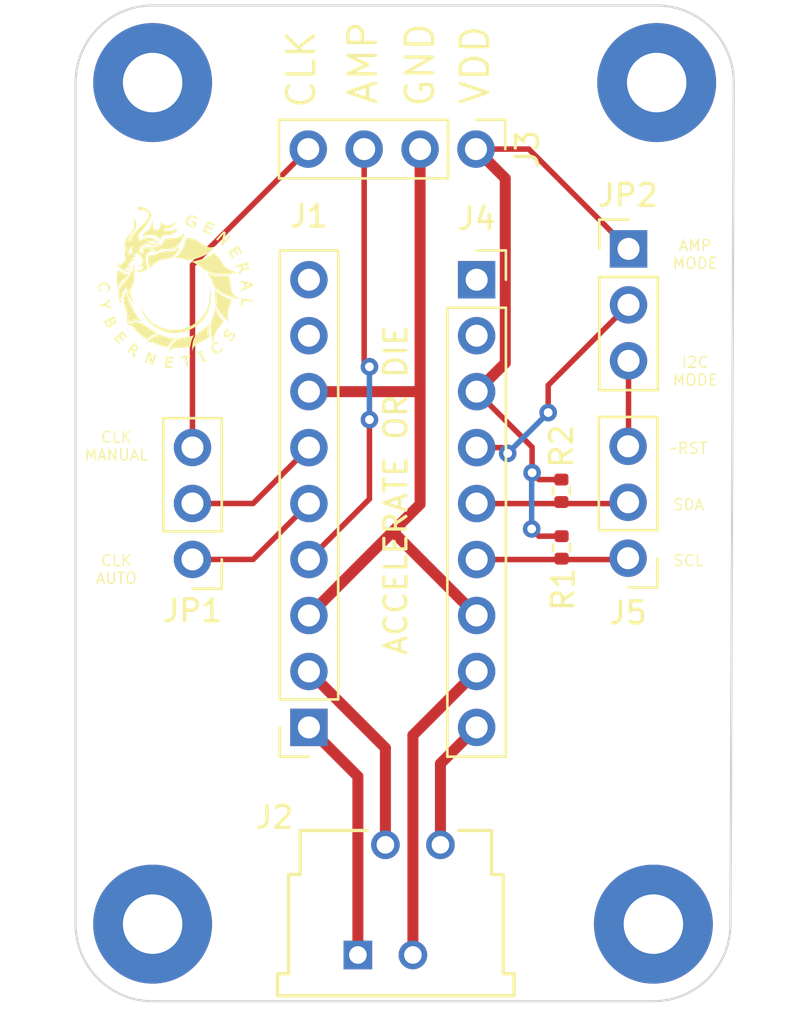
<source format=kicad_pcb>
(kicad_pcb (version 20211014) (generator pcbnew)
  (layers (0 "F.Cu" signal) (31 "B.Cu" signal) (34 "B.Paste" user) (35 "F.Paste" user) (36 "B.SilkS" user "B.Silkscreen") (37 "F.SilkS" user "F.Silkscreen") (38 "B.Mask" user) (39 "F.Mask" user) (44 "Edge.Cuts" user))
  (net 0 "")
  (net 1 "/P1-")
  (net 2 "/P2+")
  (net 3 "GND")
  (net 4 "/AMP")
  (net 5 "/CLK")
  (net 6 "/CLK_INT")
  (net 9 "/P2-")
  (net 10 "VDD")
  (net 11 "Net-(J3-Pad4)")
  (net 14 "/{slash}RST")
  (net 15 "/SDA")
  (net 16 "/SCL")
  (net 17 "Net-(J5-Pad3)")
  (net 18 "/P1+")
  (footprint "eec_rightangle:Molex-39-53-2044-Manufacturer_Recommended" (layer "F.Cu") (at 145.374999 129.7)
    (fp_text reference "J2" (at -4.75 -6.250001) (layer "F.SilkS") (effects (justify left)))
    (fp_text value "39-53-2044" hide)
    (pad "1" thru_hole rect locked (at 0 0) (size 1.3 1.3) (drill 0.800001) (layers *.Cu) (net 1 "/P1-"))
    (pad "2" thru_hole circle locked (at 1.25 -5) (size 1.3 1.3) (drill 0.800001) (layers *.Cu) (net 18 "/P1+"))
    (pad "3" thru_hole circle locked (at 2.5 0) (size 1.3 1.3) (drill 0.800001) (layers *.Cu) (net 2 "/P2+"))
    (pad "4" thru_hole circle locked (at 3.75 -5) (size 1.3 1.3) (drill 0.800001) (layers *.Cu) (net 9 "/P2-"))
  )
  (footprint "Resistor_SMD:R_0402_1005Metric" (layer "F.Cu") (at 154.62 108.63 90)
    (fp_text reference "R1" (at -4.47 0.08 90) (layer "F.SilkS"))
    (fp_text value "4k7")
    (pad "1" smd roundrect (at -0.51 0 90) (size 0.54 0.64) (layers "F.Cu" "F.Paste" "F.Mask") (net 15 "/SDA"))
    (pad "2" smd roundrect (at 0.51 0 90) (size 0.54 0.64) (layers "F.Cu" "F.Paste" "F.Mask") (net 10 "VDD"))
  )
  (footprint "LOGO" (layer "F.Cu") (at 137.123781 99.649234)
    (fp_text reference "G***" hide)
    (fp_text value "LOGO" hide)
  )
  (footprint "MountingHole:MountingHole_2.7mm_M2.5_Pad" (layer "F.Cu") (at 136.05 90.1)
    (fp_text reference "H4" hide)
    (fp_text value "MountingHole_Pad")
    (pad "1" thru_hole circle (at 0 0) (size 5.4 5.4) (drill 2.7) (layers *.Cu *.Mask))
  )
  (footprint "Connector_PinHeader_2.54mm:PinHeader_1x03_P2.54mm_Vertical" (layer "F.Cu") (at 157.65 111.69 180)
    (fp_text reference "J5" (at 0.01 -2.48) (layer "F.SilkS"))
    (fp_text value "Conn_01x03_Male")
    (pad "1" thru_hole circle (at 0 0 180) (size 1.7 1.7) (drill 1) (layers *.Cu *.Mask) (net 16 "/SCL"))
    (pad "2" thru_hole oval (at 0 2.54 180) (size 1.7 1.7) (drill 1) (layers *.Cu *.Mask) (net 15 "/SDA"))
    (pad "3" thru_hole oval (at 0 5.08 180) (size 1.7 1.7) (drill 1) (layers *.Cu *.Mask) (net 17 "Net-(J5-Pad3)"))
  )
  (footprint "Connector_PinHeader_2.54mm:PinHeader_1x04_P2.54mm_Vertical" (layer "F.Cu") (at 150.74 93.12 -90)
    (fp_text reference "J3" (at 0 -2.33 90) (layer "F.SilkS"))
    (fp_text value "Conn_01x04_Male")
    (pad "1" thru_hole circle (at 0 0 270) (size 1.7 1.7) (drill 1) (layers *.Cu *.Mask) (net 10 "VDD"))
    (pad "2" thru_hole oval (at 0 2.54 270) (size 1.7 1.7) (drill 1) (layers *.Cu *.Mask) (net 3 "GND"))
    (pad "3" thru_hole oval (at 0 5.08 270) (size 1.7 1.7) (drill 1) (layers *.Cu *.Mask) (net 4 "/AMP"))
    (pad "4" thru_hole oval (at 0 7.62 270) (size 1.7 1.7) (drill 1) (layers *.Cu *.Mask) (net 11 "Net-(J3-Pad4)"))
  )
  (footprint "MountingHole:MountingHole_2.7mm_M2.5_Pad" (layer "F.Cu") (at 158.8 128.3)
    (fp_text reference "H2" hide)
    (fp_text value "MountingHole_Pad")
    (pad "1" thru_hole circle (at 0 0) (size 5.4 5.4) (drill 2.7) (layers *.Cu *.Mask))
  )
  (footprint "Connector_PinHeader_2.54mm:PinHeader_1x03_P2.54mm_Vertical" (layer "F.Cu") (at 137.86 111.745 180)
    (fp_text reference "JP1" (at 0 -2.33) (layer "F.SilkS"))
    (fp_text value "Jumper_3_Bridged12")
    (pad "1" thru_hole circle (at 0 0 180) (size 1.7 1.7) (drill 1) (layers *.Cu *.Mask) (net 6 "/CLK_INT"))
    (pad "2" thru_hole oval (at 0 2.54 180) (size 1.7 1.7) (drill 1) (layers *.Cu *.Mask) (net 5 "/CLK"))
    (pad "3" thru_hole oval (at 0 5.08 180) (size 1.7 1.7) (drill 1) (layers *.Cu *.Mask) (net 11 "Net-(J3-Pad4)"))
  )
  (footprint "MountingHole:MountingHole_2.7mm_M2.5_Pad" (layer "F.Cu") (at 136.05 128.3)
    (fp_text reference "H3" hide)
    (fp_text value "MountingHole_Pad")
    (pad "1" thru_hole circle (at 0 0) (size 5.4 5.4) (drill 2.7) (layers *.Cu *.Mask))
  )
  (footprint "Resistor_SMD:R_0402_1005Metric" (layer "F.Cu") (at 154.63 111.2 90)
    (fp_text reference "R2" (at 4.6 0 90) (layer "F.SilkS"))
    (fp_text value "4k7")
    (pad "1" smd roundrect (at -0.51 0 90) (size 0.54 0.64) (layers "F.Cu" "F.Paste" "F.Mask") (net 16 "/SCL"))
    (pad "2" smd roundrect (at 0.51 0 90) (size 0.54 0.64) (layers "F.Cu" "F.Paste" "F.Mask") (net 10 "VDD"))
  )
  (footprint "Connector_PinSocket_2.54mm:PinSocket_1x09_P2.54mm_Vertical" (layer "F.Cu") (at 150.77 99.05)
    (fp_text reference "J4" (at 0 -2.77) (layer "F.SilkS"))
    (fp_text value "Conn_01x09_Female")
    (pad "1" thru_hole rect (at 0 0) (size 1.7 1.7) (drill 1) (layers *.Cu *.Mask))
    (pad "2" thru_hole oval (at 0 2.54) (size 1.7 1.7) (drill 1) (layers *.Cu *.Mask))
    (pad "3" thru_hole oval (at 0 5.08) (size 1.7 1.7) (drill 1) (layers *.Cu *.Mask) (net 10 "VDD"))
    (pad "4" thru_hole oval (at 0 7.62) (size 1.7 1.7) (drill 1) (layers *.Cu *.Mask) (net 14 "/{slash}RST"))
    (pad "5" thru_hole oval (at 0 10.16) (size 1.7 1.7) (drill 1) (layers *.Cu *.Mask) (net 15 "/SDA"))
    (pad "6" thru_hole oval (at 0 12.7) (size 1.7 1.7) (drill 1) (layers *.Cu *.Mask) (net 16 "/SCL"))
    (pad "7" thru_hole oval (at 0 15.24) (size 1.7 1.7) (drill 1) (layers *.Cu *.Mask) (net 3 "GND"))
    (pad "8" thru_hole oval (at 0 17.78) (size 1.7 1.7) (drill 1) (layers *.Cu *.Mask) (net 2 "/P2+"))
    (pad "9" thru_hole oval (at 0 20.32) (size 1.7 1.7) (drill 1) (layers *.Cu *.Mask) (net 9 "/P2-"))
  )
  (footprint "MountingHole:MountingHole_2.7mm_M2.5_Pad" (layer "F.Cu") (at 158.95 90.1)
    (fp_text reference "H1" hide)
    (fp_text value "MountingHole_Pad")
    (pad "1" thru_hole circle (at 0 0) (size 5.4 5.4) (drill 2.7) (layers *.Cu *.Mask))
  )
  (footprint "Connector_PinSocket_2.54mm:PinSocket_1x09_P2.54mm_Vertical" (layer "F.Cu") (at 143.15 119.37 180)
    (fp_text reference "J1" (at 0.01 23.21) (layer "F.SilkS"))
    (fp_text value "Conn_01x09_Female")
    (pad "1" thru_hole rect (at 0 0 180) (size 1.7 1.7) (drill 1) (layers *.Cu *.Mask) (net 1 "/P1-"))
    (pad "2" thru_hole oval (at 0 2.54 180) (size 1.7 1.7) (drill 1) (layers *.Cu *.Mask) (net 18 "/P1+"))
    (pad "3" thru_hole oval (at 0 5.08 180) (size 1.7 1.7) (drill 1) (layers *.Cu *.Mask) (net 3 "GND"))
    (pad "4" thru_hole oval (at 0 7.62 180) (size 1.7 1.7) (drill 1) (layers *.Cu *.Mask) (net 4 "/AMP"))
    (pad "5" thru_hole oval (at 0 10.16 180) (size 1.7 1.7) (drill 1) (layers *.Cu *.Mask) (net 6 "/CLK_INT"))
    (pad "6" thru_hole oval (at 0 12.7 180) (size 1.7 1.7) (drill 1) (layers *.Cu *.Mask) (net 5 "/CLK"))
    (pad "7" thru_hole oval (at 0 15.24 180) (size 1.7 1.7) (drill 1) (layers *.Cu *.Mask) (net 3 "GND"))
    (pad "8" thru_hole oval (at 0 17.78 180) (size 1.7 1.7) (drill 1) (layers *.Cu *.Mask))
    (pad "9" thru_hole oval (at 0 20.32 180) (size 1.7 1.7) (drill 1) (layers *.Cu *.Mask))
  )
  (footprint "Connector_PinHeader_2.54mm:PinHeader_1x03_P2.54mm_Vertical" (layer "F.Cu") (at 157.67 97.65)
    (fp_text reference "JP2" (at -0.03 -2.435) (layer "F.SilkS"))
    (fp_text value "Jumper_3_Bridged12")
    (pad "1" thru_hole rect (at 0 0) (size 1.7 1.7) (drill 1) (layers *.Cu *.Mask) (net 10 "VDD"))
    (pad "2" thru_hole oval (at 0 2.54) (size 1.7 1.7) (drill 1) (layers *.Cu *.Mask) (net 14 "/{slash}RST"))
    (pad "3" thru_hole oval (at 0 5.08) (size 1.7 1.7) (drill 1) (layers *.Cu *.Mask) (net 17 "Net-(J5-Pad3)"))
  )
  (gr_arc (start 162.299999 128.299999) (mid 161.274873 130.774873) (end 158.799999 131.799999) (layer "Edge.Cuts") (width 0.1))
  (gr_line (start 158.949999 86.600001) (end 136.05 86.6) (layer "Edge.Cuts") (width 0.1))
  (gr_arc (start 132.55 90.1) (mid 133.575126 87.625126) (end 136.05 86.6) (layer "Edge.Cuts") (width 0.1))
  (gr_line (start 162.299999 128.299999) (end 162.449999 90.100001) (layer "Edge.Cuts") (width 0.1))
  (gr_line (start 136.050001 131.799999) (end 158.799999 131.799999) (layer "Edge.Cuts") (width 0.1))
  (gr_arc (start 136.050001 131.799999) (mid 133.575127 130.774873) (end 132.550001 128.299999) (layer "Edge.Cuts") (width 0.1))
  (gr_line (start 132.55 90.1) (end 132.550001 128.299999) (layer "Edge.Cuts") (width 0.1))
  (gr_arc (start 158.949999 86.600001) (mid 161.424873 87.625127) (end 162.449999 90.100001) (layer "Edge.Cuts") (width 0.1))
  (gr_text "AMP" (at 145.6 89.2 90) (layer "F.SilkS") (effects (font (size 1.25 1.25))))
  (gr_text "ACCELERATE OR DIE" (at 147.1 108.6 90) (layer "F.SilkS") (effects (font (size 1 1))))
  (gr_text "SDA" (at 160.4 109.26) (layer "F.SilkS") (effects (font (size 0.5 0.5) (thickness 0.0625))))
  (gr_text "~RST" (at 160.4 106.7) (layer "F.SilkS") (effects (font (size 0.5 0.5) (thickness 0.0625))))
  (gr_text "SCL" (at 160.4 111.8) (layer "F.SilkS") (effects (font (size 0.5 0.5) (thickness 0.0625))))
  (gr_text "GND" (at 148.2 89.3 90) (layer "F.SilkS") (effects (font (size 1.25 1.25))))
  (gr_text "AMP\nMODE" (at 160.7 97.9) (layer "F.SilkS") (effects (font (size 0.5 0.5) (thickness 0.0625))))
  (gr_text "I2C\nMODE" (at 160.7 103.2) (layer "F.SilkS") (effects (font (size 0.5 0.5) (thickness 0.0625))))
  (gr_text "CLK" (at 142.8 89.5 90) (layer "F.SilkS") (effects (font (size 1.25 1.25))))
  (gr_text "CLK\nMANUAL" (at 134.4 106.6) (layer "F.SilkS") (effects (font (size 0.5 0.5) (thickness 0.0625))))
  (gr_text "VDD" (at 150.7 89.3 90) (layer "F.SilkS") (effects (font (size 1.25 1.25))))
  (gr_text "CLK\nAUTO" (at 134.4 112.2) (layer "F.SilkS") (effects (font (size 0.5 0.5) (thickness 0.0625))))
  (segment (start 145.374999 121.594999) (end 143.15 119.37) (width 0.5) (layer "F.Cu") (net 1))
  (segment (start 145.374999 129.7) (end 145.374999 121.594999) (width 0.5) (layer "F.Cu") (net 1))
  (segment (start 147.874999 129.7) (end 147.874999 119.725001) (width 0.5) (layer "F.Cu") (net 2))
  (segment (start 147.874999 119.725001) (end 150.77 116.83) (width 0.5) (layer "F.Cu") (net 2))
  (segment (start 146.96 110.48) (end 143.15 114.29) (width 0.5) (layer "F.Cu") (net 3))
  (segment (start 148.2 93.12) (end 148.2 104.14) (width 0.5) (layer "F.Cu") (net 3))
  (segment (start 148.19 104.13) (end 148.2 104.14) (width 0.5) (layer "F.Cu") (net 3))
  (segment (start 148.2 109.24) (end 146.96 110.48) (width 0.5) (layer "F.Cu") (net 3))
  (segment (start 150.77 114.29) (end 146.96 110.48) (width 0.5) (layer "F.Cu") (net 3))
  (segment (start 143.15 104.13) (end 148.19 104.13) (width 0.5) (layer "F.Cu") (net 3))
  (segment (start 148.2 104.14) (end 148.2 109.24) (width 0.5) (layer "F.Cu") (net 3))
  (segment (start 143.15 111.75) (end 145.78 109.12) (width 0.25) (layer "F.Cu") (net 4))
  (segment (start 145.78 109.12) (end 145.9 109) (width 0.25) (layer "F.Cu") (net 4))
  (segment (start 145.66 102.76) (end 145.66 93.12) (width 0.25) (layer "F.Cu") (net 4))
  (segment (start 145.9 109) (end 145.9 105.4) (width 0.25) (layer "F.Cu") (net 4))
  (segment (start 145.9 103) (end 145.66 102.76) (width 0.25) (layer "F.Cu") (net 4))
  (via (at 145.9 103) (size 0.8) (drill 0.4) (layers "F.Cu" "B.Cu") (net 4))
  (via (at 145.9 105.4) (size 0.8) (drill 0.4) (layers "F.Cu" "B.Cu") (net 4))
  (segment (start 145.9 105.4) (end 145.9 103) (width 0.25) (layer "B.Cu") (net 4))
  (segment (start 137.86 109.205) (end 140.615 109.205) (width 0.25) (layer "F.Cu") (net 5))
  (segment (start 140.615 109.205) (end 143.15 106.67) (width 0.25) (layer "F.Cu") (net 5))
  (segment (start 143.145 109.205) (end 143.15 109.21) (width 0.25) (layer "F.Cu") (net 6))
  (segment (start 140.615 111.745) (end 143.15 109.21) (width 0.25) (layer "F.Cu") (net 6))
  (segment (start 137.86 111.745) (end 140.615 111.745) (width 0.25) (layer "F.Cu") (net 6))
  (segment (start 149.124999 124.7) (end 149.124999 121.015001) (width 0.5) (layer "F.Cu") (net 9))
  (segment (start 149.124999 121.015001) (end 150.77 119.37) (width 0.5) (layer "F.Cu") (net 9))
  (segment (start 150.77 104.13) (end 152.07 102.83) (width 0.5) (layer "F.Cu") (net 10))
  (segment (start 153.6 110.69) (end 153.27 110.36) (width 0.25) (layer "F.Cu") (net 10))
  (segment (start 153.14 93.12) (end 157.67 97.65) (width 0.25) (layer "F.Cu") (net 10))
  (segment (start 153.29 107.81) (end 153.29 106.65) (width 0.25) (layer "F.Cu") (net 10))
  (segment (start 152.07 94.45) (end 150.74 93.12) (width 0.5) (layer "F.Cu") (net 10))
  (segment (start 153.29 106.65) (end 150.77 104.13) (width 0.25) (layer "F.Cu") (net 10))
  (segment (start 154.62 108.12) (end 153.6 108.12) (width 0.25) (layer "F.Cu") (net 10))
  (segment (start 152.07 102.83) (end 152.07 94.45) (width 0.5) (layer "F.Cu") (net 10))
  (segment (start 154.63 110.69) (end 153.6 110.69) (width 0.25) (layer "F.Cu") (net 10))
  (segment (start 153.6 108.12) (end 153.29 107.81) (width 0.25) (layer "F.Cu") (net 10))
  (segment (start 150.74 93.12) (end 153.14 93.12) (width 0.25) (layer "F.Cu") (net 10))
  (via (at 153.27 110.36) (size 0.8) (drill 0.4) (layers "F.Cu" "B.Cu") (net 10))
  (via (at 153.29 107.81) (size 0.8) (drill 0.4) (layers "F.Cu" "B.Cu") (net 10))
  (segment (start 153.27 110.36) (end 153.27 107.83) (width 0.25) (layer "B.Cu") (net 10))
  (segment (start 153.27 107.83) (end 153.29 107.81) (width 0.25) (layer "B.Cu") (net 10))
  (segment (start 137.86 98.38) (end 143.12 93.12) (width 0.25) (layer "F.Cu") (net 11))
  (segment (start 137.86 106.665) (end 137.86 98.38) (width 0.25) (layer "F.Cu") (net 11))
  (segment (start 151.92 106.67) (end 152.18 106.93) (width 0.25) (layer "F.Cu") (net 14))
  (segment (start 150.77 106.67) (end 151.92 106.67) (width 0.25) (layer "F.Cu") (net 14))
  (segment (start 154.02 103.84) (end 157.67 100.19) (width 0.25) (layer "F.Cu") (net 14))
  (segment (start 154.02 105.08) (end 154.02 103.84) (width 0.25) (layer "F.Cu") (net 14))
  (via (at 152.18 106.93) (size 0.8) (drill 0.4) (layers "F.Cu" "B.Cu") (net 14))
  (via (at 154.02 105.08) (size 0.8) (drill 0.4) (layers "F.Cu" "B.Cu") (net 14))
  (segment (start 152.18 106.93) (end 154.02 105.09) (width 0.25) (layer "B.Cu") (net 14))
  (segment (start 154.02 105.09) (end 154.02 105.08) (width 0.25) (layer "B.Cu") (net 14))
  (segment (start 150.77 109.21) (end 157.59 109.21) (width 0.25) (layer "F.Cu") (net 15))
  (segment (start 157.59 109.21) (end 157.65 109.15) (width 0.25) (layer "F.Cu") (net 15))
  (segment (start 150.77 111.75) (end 157.59 111.75) (width 0.25) (layer "F.Cu") (net 16))
  (segment (start 157.59 111.75) (end 157.65 111.69) (width 0.25) (layer "F.Cu") (net 16))
  (segment (start 157.67 102.73) (end 157.67 106.59) (width 0.25) (layer "F.Cu") (net 17))
  (segment (start 157.67 106.59) (end 157.65 106.61) (width 0.25) (layer "F.Cu") (net 17))
  (segment (start 157.68 106.58) (end 157.65 106.61) (width 0.25) (layer "F.Cu") (net 17))
  (segment (start 146.624999 124.7) (end 146.624999 120.304999) (width 0.5) (layer "F.Cu") (net 18))
  (segment (start 146.624999 120.304999) (end 143.15 116.83) (width 0.5) (layer "F.Cu") (net 18))
)
</source>
